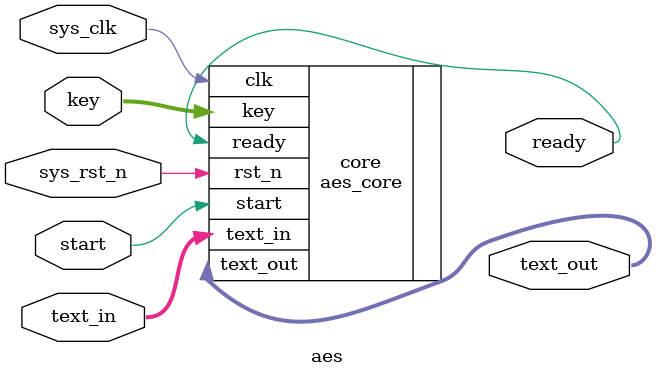
<source format=v>

`include "timescale.v"

module aes (
  input  wire         sys_clk,
  input  wire         sys_rst_n,
  input  wire         start,
  input  wire [0:127] key,
  input  wire [0:127] text_in,
  output wire         ready,
  output wire [0:127] text_out
);
  
  aes_core core (
    .clk      (sys_clk   ),
    .rst_n    (sys_rst_n ),
    .start    (start     ),
    .key      (key       ),
    .text_in  (text_in   ),
    .ready    (ready     ),
    .text_out (text_out  )
  );
  
endmodule


</source>
